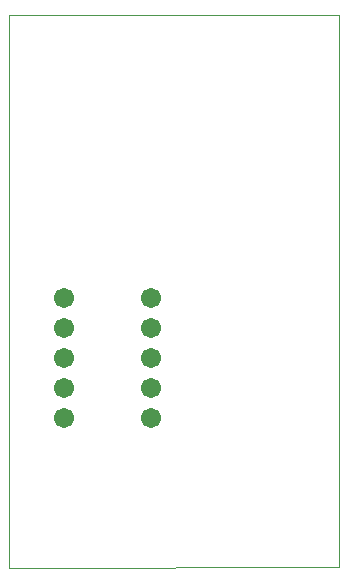
<source format=gbs>
G75*
%MOIN*%
%OFA0B0*%
%FSLAX25Y25*%
%IPPOS*%
%LPD*%
%AMOC8*
5,1,8,0,0,1.08239X$1,22.5*
%
%ADD10C,0.00394*%
%ADD11C,0.06706*%
D10*
X0004414Y0002067D02*
X0114478Y0002130D01*
X0114478Y0186381D01*
X0004414Y0186319D01*
X0004414Y0002067D01*
D11*
X0022720Y0051836D03*
X0022720Y0061873D03*
X0022720Y0071843D03*
X0022720Y0081834D03*
X0022720Y0091840D03*
X0051952Y0091832D03*
X0051952Y0081827D03*
X0051952Y0071836D03*
X0051952Y0061866D03*
X0051952Y0051829D03*
M02*

</source>
